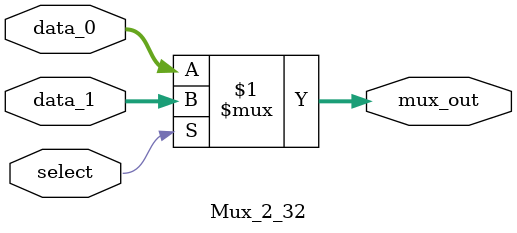
<source format=v>
module Mux_2_32 (output [31:0] mux_out, input [31:0] data_0, data_1, input select);

	assign mux_out = select ? data_1 : data_0;
	
endmodule
</source>
